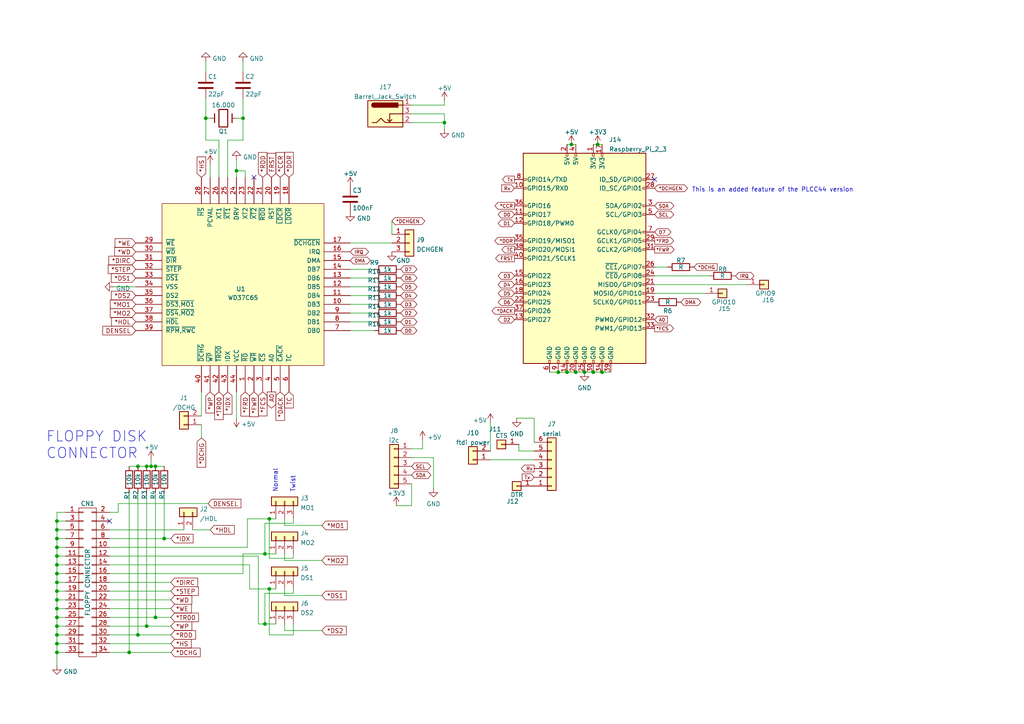
<source format=kicad_sch>
(kicad_sch (version 20211123) (generator eeschema)
  (paper "A4")
  (lib_symbols
    (symbol "Connector:Barrel_Jack_Switch" (pin_names hide)
      (property "Reference" "J" (at 0 5.334 0))
      (property "Value" "Barrel_Jack_Switch" (at 0 -5.08 0))
      (symbol "Barrel_Jack_Switch_1_1"
        (pin passive line (at 7.62 2.54 180) (length 2.54) (name "~") (number "1"))
        (pin passive line (at 7.62 -2.54 180) (length 2.54) (name "~") (number "2"))
        (pin passive line (at 7.62 0 180) (length 2.54) (name "~") (number "3"))
      )
    )
    (symbol "Connector:Raspberry_Pi_2_3" (pin_names (offset 1.016))
      (property "Reference" "J" (at -17.78 31.75 0))
      (property "Value" "Raspberry_Pi_2_3" (at 10.16 -31.75 0))
      (symbol "Raspberry_Pi_2_3_1_1"
        (pin power_in line (at 2.54 33.02 270) (length 2.54) (name "3V3") (number "1"))
        (pin bidirectional line (at -20.32 20.32 0) (length 2.54) (name "GPIO15/RXD") (number "10"))
        (pin bidirectional line (at -20.32 12.7 0) (length 2.54) (name "GPIO17") (number "11"))
        (pin bidirectional line (at -20.32 10.16 0) (length 2.54) (name "GPIO18/PWM0") (number "12"))
        (pin bidirectional line (at -20.32 -17.78 0) (length 2.54) (name "GPIO27") (number "13"))
        (pin power_in line (at -5.08 -33.02 90) (length 2.54) (name "GND") (number "14"))
        (pin bidirectional line (at -20.32 -5.08 0) (length 2.54) (name "GPIO22") (number "15"))
        (pin bidirectional line (at -20.32 -7.62 0) (length 2.54) (name "GPIO23") (number "16"))
        (pin power_in line (at 5.08 33.02 270) (length 2.54) (name "3V3") (number "17"))
        (pin bidirectional line (at -20.32 -10.16 0) (length 2.54) (name "GPIO24") (number "18"))
        (pin bidirectional line (at 20.32 -10.16 180) (length 2.54) (name "MOSI0/GPIO10") (number "19"))
        (pin power_in line (at -5.08 33.02 270) (length 2.54) (name "5V") (number "2"))
        (pin power_in line (at -2.54 -33.02 90) (length 2.54) (name "GND") (number "20"))
        (pin bidirectional line (at 20.32 -7.62 180) (length 2.54) (name "MISO0/GPIO9") (number "21"))
        (pin bidirectional line (at -20.32 -12.7 0) (length 2.54) (name "GPIO25") (number "22"))
        (pin bidirectional line (at 20.32 -12.7 180) (length 2.54) (name "SCLK0/GPIO11") (number "23"))
        (pin bidirectional line (at 20.32 -5.08 180) (length 2.54) (name "~{CE0}/GPIO8") (number "24"))
        (pin power_in line (at 0 -33.02 90) (length 2.54) (name "GND") (number "25"))
        (pin bidirectional line (at 20.32 -2.54 180) (length 2.54) (name "~{CE1}/GPIO7") (number "26"))
        (pin bidirectional line (at 20.32 22.86 180) (length 2.54) (name "ID_SD/GPIO0") (number "27"))
        (pin bidirectional line (at 20.32 20.32 180) (length 2.54) (name "ID_SC/GPIO1") (number "28"))
        (pin bidirectional line (at 20.32 5.08 180) (length 2.54) (name "GCLK1/GPIO5") (number "29"))
        (pin bidirectional line (at 20.32 15.24 180) (length 2.54) (name "SDA/GPIO2") (number "3"))
        (pin power_in line (at 2.54 -33.02 90) (length 2.54) (name "GND") (number "30"))
        (pin bidirectional line (at 20.32 2.54 180) (length 2.54) (name "GCLK2/GPIO6") (number "31"))
        (pin bidirectional line (at 20.32 -17.78 180) (length 2.54) (name "PWM0/GPIO12") (number "32"))
        (pin bidirectional line (at 20.32 -20.32 180) (length 2.54) (name "PWM1/GPIO13") (number "33"))
        (pin power_in line (at 5.08 -33.02 90) (length 2.54) (name "GND") (number "34"))
        (pin bidirectional line (at -20.32 5.08 0) (length 2.54) (name "GPIO19/MISO1") (number "35"))
        (pin bidirectional line (at -20.32 15.24 0) (length 2.54) (name "GPIO16") (number "36"))
        (pin bidirectional line (at -20.32 -15.24 0) (length 2.54) (name "GPIO26") (number "37"))
        (pin bidirectional line (at -20.32 2.54 0) (length 2.54) (name "GPIO20/MOSI1") (number "38"))
        (pin power_in line (at 7.62 -33.02 90) (length 2.54) (name "GND") (number "39"))
        (pin power_in line (at -2.54 33.02 270) (length 2.54) (name "5V") (number "4"))
        (pin bidirectional line (at -20.32 0 0) (length 2.54) (name "GPIO21/SCLK1") (number "40"))
        (pin bidirectional line (at 20.32 12.7 180) (length 2.54) (name "SCL/GPIO3") (number "5"))
        (pin power_in line (at -10.16 -33.02 90) (length 2.54) (name "GND") (number "6"))
        (pin bidirectional line (at 20.32 7.62 180) (length 2.54) (name "GCLK0/GPIO4") (number "7"))
        (pin bidirectional line (at -20.32 22.86 0) (length 2.54) (name "GPIO14/TXD") (number "8"))
        (pin power_in line (at -7.62 -33.02 90) (length 2.54) (name "GND") (number "9"))
      )
    )
    (symbol "Connector_Generic:Conn_01x01" (pin_names (offset 1.016) hide)
      (property "Reference" "J" (at 0 2.54 0))
      (property "Value" "Conn_01x01" (at 0 -2.54 0))
      (symbol "Conn_01x01_1_1"
        (pin passive line (at -5.08 0 0) (length 3.81) (name "Pin_1") (number "1"))
      )
    )
    (symbol "Connector_Generic:Conn_01x02" (pin_names (offset 1.016) hide)
      (property "Reference" "J" (at 0 2.54 0))
      (property "Value" "Conn_01x02" (at 0 -5.08 0))
      (symbol "Conn_01x02_1_1"
        (pin passive line (at -5.08 0 0) (length 3.81) (name "Pin_1") (number "1"))
        (pin passive line (at -5.08 -2.54 0) (length 3.81) (name "Pin_2") (number "2"))
      )
    )
    (symbol "Connector_Generic:Conn_01x03" (pin_names (offset 1.016) hide)
      (property "Reference" "J" (at 0 5.08 0))
      (property "Value" "Conn_01x03" (at 0 -5.08 0))
      (symbol "Conn_01x03_1_1"
        (pin passive line (at -5.08 2.54 0) (length 3.81) (name "Pin_1") (number "1"))
        (pin passive line (at -5.08 0 0) (length 3.81) (name "Pin_2") (number "2"))
        (pin passive line (at -5.08 -2.54 0) (length 3.81) (name "Pin_3") (number "3"))
      )
    )
    (symbol "Connector_Generic:Conn_01x05" (pin_names (offset 1.016) hide)
      (property "Reference" "J" (at 0 7.62 0))
      (property "Value" "Conn_01x05" (at 0 -7.62 0))
      (symbol "Conn_01x05_1_1"
        (pin passive line (at -5.08 5.08 0) (length 3.81) (name "Pin_1") (number "1"))
        (pin passive line (at -5.08 2.54 0) (length 3.81) (name "Pin_2") (number "2"))
        (pin passive line (at -5.08 0 0) (length 3.81) (name "Pin_3") (number "3"))
        (pin passive line (at -5.08 -2.54 0) (length 3.81) (name "Pin_4") (number "4"))
        (pin passive line (at -5.08 -5.08 0) (length 3.81) (name "Pin_5") (number "5"))
      )
    )
    (symbol "Connector_Generic:Conn_01x06" (pin_names (offset 1.016) hide)
      (property "Reference" "J" (at 0 7.62 0))
      (property "Value" "Conn_01x06" (at 0 -10.16 0))
      (symbol "Conn_01x06_1_1"
        (pin passive line (at -5.08 5.08 0) (length 3.81) (name "Pin_1") (number "1"))
        (pin passive line (at -5.08 2.54 0) (length 3.81) (name "Pin_2") (number "2"))
        (pin passive line (at -5.08 0 0) (length 3.81) (name "Pin_3") (number "3"))
        (pin passive line (at -5.08 -2.54 0) (length 3.81) (name "Pin_4") (number "4"))
        (pin passive line (at -5.08 -5.08 0) (length 3.81) (name "Pin_5") (number "5"))
        (pin passive line (at -5.08 -7.62 0) (length 3.81) (name "Pin_6") (number "6"))
      )
    )
    (symbol "Device:R" (pin_numbers hide) (pin_names (offset 0))
      (property "Reference" "R" (at 2.032 0 90))
      (property "Value" "R" (at 0 0 90))
      (symbol "R_1_1"
        (pin passive line (at 0 3.81 270) (length 1.27) (name "~") (number "1"))
        (pin passive line (at 0 -3.81 90) (length 1.27) (name "~") (number "2"))
      )
    )
    (symbol "TIB-Clone-rescue:C" (pin_numbers hide) (pin_names (offset 0.254))
      (property "Reference" "C" (at 0.635 2.54 0))
      (property "Value" "C" (at 0.635 -2.54 0))
      (symbol "C_1_1"
        (pin passive line (at 0 3.81 270) (length 2.794) (name "~") (number "1"))
        (pin passive line (at 0 -3.81 90) (length 2.794) (name "~") (number "2"))
      )
    )
    (symbol "TIB-Clone-rescue:CONN_02X17" (pin_names (offset 0.0254) hide)
      (property "Reference" "P" (at 0 22.86 0))
      (property "Value" "CONN_02X17" (at 0 0 90))
      (symbol "CONN_02X17_1_1"
        (pin passive line (at -6.35 20.32 0) (length 3.81) (name "P1") (number "1"))
        (pin passive line (at 6.35 10.16 180) (length 3.81) (name "P10") (number "10"))
        (pin passive line (at -6.35 7.62 0) (length 3.81) (name "P11") (number "11"))
        (pin passive line (at 6.35 7.62 180) (length 3.81) (name "P12") (number "12"))
        (pin passive line (at -6.35 5.08 0) (length 3.81) (name "P13") (number "13"))
        (pin passive line (at 6.35 5.08 180) (length 3.81) (name "P14") (number "14"))
        (pin passive line (at -6.35 2.54 0) (length 3.81) (name "P15") (number "15"))
        (pin passive line (at 6.35 2.54 180) (length 3.81) (name "P16") (number "16"))
        (pin passive line (at -6.35 0 0) (length 3.81) (name "P17") (number "17"))
        (pin passive line (at 6.35 0 180) (length 3.81) (name "P18") (number "18"))
        (pin passive line (at -6.35 -2.54 0) (length 3.81) (name "P19") (number "19"))
        (pin passive line (at 6.35 20.32 180) (length 3.81) (name "P2") (number "2"))
        (pin passive line (at 6.35 -2.54 180) (length 3.81) (name "P20") (number "20"))
        (pin passive line (at -6.35 -5.08 0) (length 3.81) (name "P21") (number "21"))
        (pin passive line (at 6.35 -5.08 180) (length 3.81) (name "P22") (number "22"))
        (pin passive line (at -6.35 -7.62 0) (length 3.81) (name "P23") (number "23"))
        (pin passive line (at 6.35 -7.62 180) (length 3.81) (name "P24") (number "24"))
        (pin passive line (at -6.35 -10.16 0) (length 3.81) (name "P25") (number "25"))
        (pin passive line (at 6.35 -10.16 180) (length 3.81) (name "P26") (number "26"))
        (pin passive line (at -6.35 -12.7 0) (length 3.81) (name "P27") (number "27"))
        (pin passive line (at 6.35 -12.7 180) (length 3.81) (name "P28") (number "28"))
        (pin passive line (at -6.35 -15.24 0) (length 3.81) (name "P29") (number "29"))
        (pin passive line (at -6.35 17.78 0) (length 3.81) (name "P3") (number "3"))
        (pin passive line (at 6.35 -15.24 180) (length 3.81) (name "P30") (number "30"))
        (pin passive line (at -6.35 -17.78 0) (length 3.81) (name "P31") (number "31"))
        (pin passive line (at 6.35 -17.78 180) (length 3.81) (name "P32") (number "32"))
        (pin passive line (at -6.35 -20.32 0) (length 3.81) (name "P33") (number "33"))
        (pin passive line (at 6.35 -20.32 180) (length 3.81) (name "P34") (number "34"))
        (pin passive line (at 6.35 17.78 180) (length 3.81) (name "P4") (number "4"))
        (pin passive line (at -6.35 15.24 0) (length 3.81) (name "P5") (number "5"))
        (pin passive line (at 6.35 15.24 180) (length 3.81) (name "P6") (number "6"))
        (pin passive line (at -6.35 12.7 0) (length 3.81) (name "P7") (number "7"))
        (pin passive line (at 6.35 12.7 180) (length 3.81) (name "P8") (number "8"))
        (pin passive line (at -6.35 10.16 0) (length 3.81) (name "P9") (number "9"))
      )
    )
    (symbol "TIB-Clone-rescue:Crystal" (pin_numbers hide) (pin_names (offset 1.016) hide)
      (property "Reference" "Y" (at 0 3.81 0))
      (property "Value" "Crystal" (at 0 -3.81 0))
      (symbol "Crystal_1_1"
        (pin passive line (at -3.81 0 0) (length 1.27) (name "1") (number "1"))
        (pin passive line (at 3.81 0 180) (length 1.27) (name "2") (number "2"))
      )
    )
    (symbol "TIB-Clone-rescue:R" (pin_numbers hide) (pin_names (offset 0))
      (property "Reference" "R" (at 2.032 0 90))
      (property "Value" "R" (at 0 0 90))
      (symbol "R_1_1"
        (pin passive line (at 0 3.81 270) (length 1.27) (name "~") (number "1"))
        (pin passive line (at 0 -3.81 90) (length 1.27) (name "~") (number "2"))
      )
    )
    (symbol "TIB-Clone-rescue:WD37C65" (pin_names (offset 1.016))
      (property "Reference" "U4" (at -0.635 3.81 90))
      (property "Value" "WD37C65" (at 0 1.27 90))
      (symbol "WD37C65_1_1"
        (pin input line (at -30.48 0 0) (length 7.62) (name "~{RD}") (number "1"))
        (pin tri_state line (at -5.08 -30.48 90) (length 7.62) (name "DB3") (number "10"))
        (pin tri_state line (at -2.54 -30.48 90) (length 7.62) (name "DB4") (number "11"))
        (pin tri_state line (at 0 -30.48 90) (length 7.62) (name "DB5") (number "12"))
        (pin tri_state line (at 2.54 -30.48 90) (length 7.62) (name "DB6") (number "13"))
        (pin tri_state line (at 5.08 -30.48 90) (length 7.62) (name "DB7") (number "14"))
        (pin tri_state line (at 7.62 -30.48 90) (length 7.62) (name "DMA") (number "15"))
        (pin tri_state line (at 10.16 -30.48 90) (length 7.62) (name "IRQ") (number "16"))
        (pin tri_state line (at 12.7 -30.48 90) (length 7.62) (name "~{DCHGEN}") (number "17"))
        (pin input line (at 31.75 -12.7 180) (length 7.62) (name "~{LDOR}") (number "18"))
        (pin input line (at 31.75 -10.16 180) (length 7.62) (name "~{LDCR}") (number "19"))
        (pin input line (at -30.48 -2.54 0) (length 7.62) (name "~{WR}") (number "2"))
        (pin input line (at 31.75 -7.62 180) (length 7.62) (name "RST") (number "20"))
        (pin input line (at 31.75 -5.08 180) (length 7.62) (name "~{RDD}") (number "21"))
        (pin input line (at 31.75 -2.54 180) (length 7.62) (name "~{XT2}") (number "22"))
        (pin input line (at 31.75 0 180) (length 7.62) (name "XT2") (number "23"))
        (pin input line (at 31.75 2.54 180) (length 7.62) (name "DRV") (number "24"))
        (pin input line (at 31.75 5.08 180) (length 7.62) (name "~{XT1}") (number "25"))
        (pin input line (at 31.75 7.62 180) (length 7.62) (name "XT1") (number "26"))
        (pin input line (at 31.75 10.16 180) (length 7.62) (name "PCVAL") (number "27"))
        (pin input line (at 31.75 12.7 180) (length 7.62) (name "~{HS}") (number "28"))
        (pin input line (at 12.7 31.75 270) (length 7.62) (name "~{WE}") (number "29"))
        (pin input line (at -30.48 -5.08 0) (length 7.62) (name "~{CS}") (number "3"))
        (pin input line (at 10.16 31.75 270) (length 7.62) (name "~{WD}") (number "30"))
        (pin input line (at 7.62 31.75 270) (length 7.62) (name "~{DIR}") (number "31"))
        (pin input line (at 5.08 31.75 270) (length 7.62) (name "~{STEP}") (number "32"))
        (pin input line (at 2.54 31.75 270) (length 7.62) (name "~{DS1}") (number "33"))
        (pin power_in line (at 0 31.75 270) (length 7.62) (name "VSS") (number "34"))
        (pin input line (at -2.54 31.75 270) (length 7.62) (name "DS2") (number "35"))
        (pin input line (at -5.08 31.75 270) (length 7.62) (name "~{DS3},~{MO1}") (number "36"))
        (pin input line (at -7.62 31.75 270) (length 7.62) (name "~{DS4},~{MO2}") (number "37"))
        (pin input line (at -10.16 31.75 270) (length 7.62) (name "~{HDL}") (number "38"))
        (pin input line (at -12.7 31.75 270) (length 7.62) (name "~{RPM},~{RWC}") (number "39"))
        (pin input line (at -30.48 -7.62 0) (length 7.62) (name "A0") (number "4"))
        (pin input line (at -30.48 12.7 0) (length 7.62) (name "~{DCHG}") (number "40"))
        (pin input line (at -30.48 10.16 0) (length 7.62) (name "~{WP}") (number "41"))
        (pin input line (at -30.48 7.62 0) (length 7.62) (name "~{TR00}") (number "42"))
        (pin input line (at -30.48 5.08 0) (length 7.62) (name "IDX") (number "43"))
        (pin power_in line (at -30.48 2.54 0) (length 7.62) (name "VCC") (number "44"))
        (pin input line (at -30.48 -10.16 0) (length 7.62) (name "~{CACK}") (number "5"))
        (pin input line (at -30.48 -12.7 0) (length 7.62) (name "TC") (number "6"))
        (pin tri_state line (at -12.7 -30.48 90) (length 7.62) (name "DB0") (number "7"))
        (pin tri_state line (at -10.16 -30.48 90) (length 7.62) (name "DB1") (number "8"))
        (pin tri_state line (at -7.62 -30.48 90) (length 7.62) (name "DB2") (number "9"))
      )
    )
    (symbol "power:+3.3V" (power) (pin_names (offset 0))
      (property "Value" "+3.3V" (at 0 3.556 0))
      (symbol "+3.3V_1_1"
        (pin power_in line (at 0 0 90) (length 0) hide (name "+3V3") (number "1"))
      )
    )
    (symbol "power:+5V" (power) (pin_names (offset 0))
      (property "Value" "+5V" (at 0 3.556 0))
      (symbol "+5V_1_1"
        (pin power_in line (at 0 0 90) (length 0) hide (name "+5V") (number "1"))
      )
    )
    (symbol "power:GND" (power) (pin_names (offset 0))
      (property "Value" "GND" (at 0 -3.81 0))
      (symbol "GND_1_1"
        (pin power_in line (at 0 0 270) (length 0) hide (name "GND") (number "1"))
      )
    )
  )
  (junction (at 16.51 151.13))
  (junction (at 16.51 171.45))
  (junction (at 169.545 107.95))
  (junction (at 165.735 41.91))
  (junction (at 45.085 179.07))
  (junction (at 16.51 158.75))
  (junction (at 16.51 168.91))
  (junction (at 78.105 170.815))
  (junction (at 16.51 176.53))
  (junction (at 76.835 180.975))
  (junction (at 16.51 184.15))
  (junction (at 164.465 107.95))
  (junction (at 16.51 181.61))
  (junction (at 174.625 107.95))
  (junction (at 59.69 34.29))
  (junction (at 16.51 166.37))
  (junction (at 16.51 186.69))
  (junction (at 42.545 135.255))
  (junction (at 16.51 153.67))
  (junction (at 16.51 179.07))
  (junction (at 40.005 184.15))
  (junction (at 173.355 41.91))
  (junction (at 167.005 107.95))
  (junction (at 68.58 49.53))
  (junction (at 16.51 189.23))
  (junction (at 16.51 163.83))
  (junction (at 47.625 156.21))
  (junction (at 76.835 160.655))
  (junction (at 128.905 35.56))
  (junction (at 70.485 34.29))
  (junction (at 43.815 135.255))
  (junction (at 172.085 107.95))
  (junction (at 40.005 135.255))
  (junction (at 42.545 181.61))
  (junction (at 16.51 156.21))
  (junction (at 45.085 135.255))
  (junction (at 78.105 150.495))
  (junction (at 16.51 173.99))
  (junction (at 16.51 161.29))
  (junction (at 161.925 107.95))
  (junction (at 37.465 189.23))
  (no_connect (at 31.75 151.13))
  (no_connect (at 189.865 52.07))
  (no_connect (at 73.66 51.435))
  (wire (pts (xy 66.04 40.64) (xy 70.485 40.64)))
  (wire (pts (xy 16.51 168.91) (xy 16.51 171.45)))
  (wire (pts (xy 60.96 153.67) (xy 55.88 153.67)))
  (wire (pts (xy 70.485 17.78) (xy 70.485 20.955)))
  (wire (pts (xy 19.05 148.59) (xy 16.51 148.59)))
  (wire (pts (xy 72.39 170.815) (xy 72.39 163.83)))
  (wire (pts (xy 59.69 40.64) (xy 59.69 34.29)))
  (wire (pts (xy 174.625 107.95) (xy 177.165 107.95)))
  (wire (pts (xy 119.38 132.715) (xy 125.73 132.715)))
  (wire (pts (xy 19.05 186.69) (xy 16.51 186.69)))
  (wire (pts (xy 189.865 80.01) (xy 205.74 80.01)))
  (wire (pts (xy 85.09 161.925) (xy 78.105 161.925)))
  (wire (pts (xy 125.73 132.715) (xy 125.73 141.605)))
  (wire (pts (xy 78.105 150.495) (xy 71.755 150.495)))
  (wire (pts (xy 16.51 161.29) (xy 16.51 163.83)))
  (wire (pts (xy 150.495 130.81) (xy 154.94 130.81)))
  (wire (pts (xy 70.485 40.64) (xy 70.485 34.29)))
  (wire (pts (xy 80.01 170.815) (xy 78.105 170.815)))
  (wire (pts (xy 101.6 78.105) (xy 108.585 78.105)))
  (wire (pts (xy 128.905 30.48) (xy 128.905 29.21)))
  (wire (pts (xy 154.94 128.27) (xy 154.94 121.285)))
  (wire (pts (xy 68.58 49.53) (xy 68.58 51.435)))
  (wire (pts (xy 49.53 173.99) (xy 31.75 173.99)))
  (wire (pts (xy 19.05 163.83) (xy 16.51 163.83)))
  (wire (pts (xy 42.545 142.875) (xy 42.545 181.61)))
  (wire (pts (xy 49.53 189.23) (xy 37.465 189.23)))
  (wire (pts (xy 49.53 179.07) (xy 45.085 179.07)))
  (wire (pts (xy 70.485 160.655) (xy 70.485 166.37)))
  (wire (pts (xy 16.51 166.37) (xy 16.51 168.91)))
  (wire (pts (xy 49.53 171.45) (xy 31.75 171.45)))
  (wire (pts (xy 33.02 83.185) (xy 39.37 83.185)))
  (wire (pts (xy 60.96 34.29) (xy 59.69 34.29)))
  (wire (pts (xy 80.01 160.655) (xy 76.835 160.655)))
  (wire (pts (xy 37.465 142.875) (xy 37.465 189.23)))
  (wire (pts (xy 113.665 64.135) (xy 113.665 67.945)))
  (wire (pts (xy 19.05 171.45) (xy 16.51 171.45)))
  (wire (pts (xy 40.005 142.875) (xy 40.005 184.15)))
  (wire (pts (xy 19.05 161.29) (xy 16.51 161.29)))
  (wire (pts (xy 101.6 95.885) (xy 108.585 95.885)))
  (wire (pts (xy 76.835 172.085) (xy 85.09 172.085)))
  (wire (pts (xy 71.12 49.53) (xy 68.58 49.53)))
  (wire (pts (xy 59.69 20.955) (xy 59.69 17.78)))
  (wire (pts (xy 93.345 182.88) (xy 82.55 182.88)))
  (wire (pts (xy 78.105 184.15) (xy 78.105 170.815)))
  (wire (pts (xy 68.58 34.29) (xy 70.485 34.29)))
  (wire (pts (xy 101.6 83.185) (xy 108.585 83.185)))
  (wire (pts (xy 45.085 142.875) (xy 45.085 179.07)))
  (wire (pts (xy 164.465 107.95) (xy 167.005 107.95)))
  (wire (pts (xy 45.085 135.255) (xy 47.625 135.255)))
  (wire (pts (xy 101.6 93.345) (xy 108.585 93.345)))
  (wire (pts (xy 16.51 186.69) (xy 16.51 189.23)))
  (wire (pts (xy 53.34 153.67) (xy 31.75 153.67)))
  (wire (pts (xy 43.815 135.255) (xy 45.085 135.255)))
  (wire (pts (xy 128.905 33.02) (xy 128.905 35.56)))
  (wire (pts (xy 85.09 184.15) (xy 78.105 184.15)))
  (wire (pts (xy 19.05 173.99) (xy 16.51 173.99)))
  (wire (pts (xy 49.53 168.91) (xy 31.75 168.91)))
  (wire (pts (xy 165.735 41.91) (xy 167.005 41.91)))
  (wire (pts (xy 31.75 158.75) (xy 71.755 158.75)))
  (wire (pts (xy 40.005 135.255) (xy 42.545 135.255)))
  (wire (pts (xy 16.51 151.13) (xy 16.51 153.67)))
  (wire (pts (xy 16.51 148.59) (xy 16.51 151.13)))
  (wire (pts (xy 82.55 172.72) (xy 82.55 170.815)))
  (wire (pts (xy 19.05 158.75) (xy 16.51 158.75)))
  (wire (pts (xy 47.625 142.875) (xy 47.625 156.21)))
  (wire (pts (xy 43.815 133.35) (xy 43.815 135.255)))
  (wire (pts (xy 80.01 150.495) (xy 78.105 150.495)))
  (wire (pts (xy 16.51 163.83) (xy 16.51 166.37)))
  (wire (pts (xy 16.51 181.61) (xy 16.51 184.15)))
  (wire (pts (xy 70.485 166.37) (xy 31.75 166.37)))
  (wire (pts (xy 19.05 153.67) (xy 16.51 153.67)))
  (wire (pts (xy 60.96 47.625) (xy 60.96 51.435)))
  (wire (pts (xy 167.005 107.95) (xy 169.545 107.95)))
  (wire (pts (xy 16.51 156.21) (xy 16.51 158.75)))
  (wire (pts (xy 93.345 162.56) (xy 82.55 162.56)))
  (wire (pts (xy 161.925 107.95) (xy 164.465 107.95)))
  (wire (pts (xy 19.05 168.91) (xy 16.51 168.91)))
  (wire (pts (xy 63.5 40.64) (xy 59.69 40.64)))
  (wire (pts (xy 119.38 30.48) (xy 128.905 30.48)))
  (wire (pts (xy 19.05 151.13) (xy 16.51 151.13)))
  (wire (pts (xy 37.465 189.23) (xy 31.75 189.23)))
  (wire (pts (xy 34.29 148.59) (xy 31.75 148.59)))
  (wire (pts (xy 101.6 85.725) (xy 108.585 85.725)))
  (wire (pts (xy 49.53 186.69) (xy 31.75 186.69)))
  (wire (pts (xy 74.93 180.975) (xy 74.93 161.29)))
  (wire (pts (xy 93.345 172.72) (xy 82.55 172.72)))
  (wire (pts (xy 66.04 51.435) (xy 66.04 40.64)))
  (wire (pts (xy 16.51 176.53) (xy 16.51 179.07)))
  (wire (pts (xy 159.385 107.95) (xy 161.925 107.95)))
  (wire (pts (xy 85.09 150.495) (xy 85.09 151.765)))
  (wire (pts (xy 119.38 146.685) (xy 119.38 140.335)))
  (wire (pts (xy 101.6 70.485) (xy 113.665 70.485)))
  (wire (pts (xy 16.51 179.07) (xy 16.51 181.61)))
  (wire (pts (xy 49.53 176.53) (xy 31.75 176.53)))
  (wire (pts (xy 49.53 156.21) (xy 47.625 156.21)))
  (wire (pts (xy 82.55 182.88) (xy 82.55 180.975)))
  (wire (pts (xy 19.05 179.07) (xy 16.51 179.07)))
  (wire (pts (xy 122.555 130.175) (xy 122.555 127.635)))
  (wire (pts (xy 58.42 127) (xy 58.42 123.19)))
  (wire (pts (xy 37.465 135.255) (xy 40.005 135.255)))
  (wire (pts (xy 19.05 156.21) (xy 16.51 156.21)))
  (wire (pts (xy 76.835 160.655) (xy 70.485 160.655)))
  (wire (pts (xy 16.51 171.45) (xy 16.51 173.99)))
  (wire (pts (xy 19.05 184.15) (xy 16.51 184.15)))
  (wire (pts (xy 80.01 180.975) (xy 76.835 180.975)))
  (wire (pts (xy 45.085 179.07) (xy 31.75 179.07)))
  (wire (pts (xy 85.09 151.765) (xy 76.835 151.765)))
  (wire (pts (xy 74.93 161.29) (xy 31.75 161.29)))
  (wire (pts (xy 128.905 35.56) (xy 128.905 37.465)))
  (wire (pts (xy 40.005 184.15) (xy 31.75 184.15)))
  (wire (pts (xy 93.345 152.4) (xy 82.55 152.4)))
  (wire (pts (xy 16.51 153.67) (xy 16.51 156.21)))
  (wire (pts (xy 76.835 180.975) (xy 74.93 180.975)))
  (wire (pts (xy 42.545 181.61) (xy 31.75 181.61)))
  (wire (pts (xy 164.465 41.91) (xy 165.735 41.91)))
  (wire (pts (xy 172.085 41.91) (xy 173.355 41.91)))
  (wire (pts (xy 60.325 146.05) (xy 34.29 146.05)))
  (wire (pts (xy 76.835 172.085) (xy 76.835 180.975)))
  (wire (pts (xy 172.085 107.95) (xy 174.625 107.95)))
  (wire (pts (xy 169.545 107.95) (xy 172.085 107.95)))
  (wire (pts (xy 189.865 82.55) (xy 216.535 82.55)))
  (wire (pts (xy 71.755 158.75) (xy 71.755 150.495)))
  (wire (pts (xy 19.05 166.37) (xy 16.51 166.37)))
  (wire (pts (xy 16.51 189.23) (xy 16.51 193.04)))
  (wire (pts (xy 16.51 158.75) (xy 16.51 161.29)))
  (wire (pts (xy 150.495 130.81) (xy 150.495 128.905)))
  (wire (pts (xy 78.105 161.925) (xy 78.105 150.495)))
  (wire (pts (xy 49.53 184.15) (xy 40.005 184.15)))
  (wire (pts (xy 42.545 135.255) (xy 43.815 135.255)))
  (wire (pts (xy 154.94 121.285) (xy 149.86 121.285)))
  (wire (pts (xy 72.39 163.83) (xy 31.75 163.83)))
  (wire (pts (xy 49.53 181.61) (xy 42.545 181.61)))
  (wire (pts (xy 58.42 120.65) (xy 58.42 113.665)))
  (wire (pts (xy 119.38 130.175) (xy 122.555 130.175)))
  (wire (pts (xy 142.24 133.35) (xy 154.94 133.35)))
  (wire (pts (xy 189.865 85.09) (xy 204.47 85.09)))
  (wire (pts (xy 85.09 160.655) (xy 85.09 161.925)))
  (wire (pts (xy 114.935 146.685) (xy 119.38 146.685)))
  (wire (pts (xy 101.6 88.265) (xy 108.585 88.265)))
  (wire (pts (xy 78.105 170.815) (xy 72.39 170.815)))
  (wire (pts (xy 119.38 33.02) (xy 128.905 33.02)))
  (wire (pts (xy 63.5 51.435) (xy 63.5 40.64)))
  (wire (pts (xy 82.55 152.4) (xy 82.55 150.495)))
  (wire (pts (xy 59.69 34.29) (xy 59.69 28.575)))
  (wire (pts (xy 19.05 181.61) (xy 16.51 181.61)))
  (wire (pts (xy 76.835 151.765) (xy 76.835 160.655)))
  (wire (pts (xy 101.6 90.805) (xy 108.585 90.805)))
  (wire (pts (xy 85.09 170.815) (xy 85.09 172.085)))
  (wire (pts (xy 70.485 34.29) (xy 70.485 28.575)))
  (wire (pts (xy 68.58 46.355) (xy 68.58 49.53)))
  (wire (pts (xy 19.05 176.53) (xy 16.51 176.53)))
  (wire (pts (xy 119.38 35.56) (xy 128.905 35.56)))
  (wire (pts (xy 82.55 162.56) (xy 82.55 160.655)))
  (wire (pts (xy 47.625 156.21) (xy 31.75 156.21)))
  (wire (pts (xy 34.29 146.05) (xy 34.29 148.59)))
  (wire (pts (xy 68.58 113.665) (xy 68.58 121.285)))
  (wire (pts (xy 101.6 80.645) (xy 108.585 80.645)))
  (wire (pts (xy 16.51 173.99) (xy 16.51 176.53)))
  (wire (pts (xy 189.865 77.47) (xy 193.675 77.47)))
  (wire (pts (xy 16.51 184.15) (xy 16.51 186.69)))
  (wire (pts (xy 19.05 189.23) (xy 16.51 189.23)))
  (wire (pts (xy 71.12 51.435) (xy 71.12 49.53)))
  (wire (pts (xy 85.09 180.975) (xy 85.09 184.15)))
  (wire (pts (xy 173.355 41.91) (xy 174.625 41.91)))
  (wire (pts (xy 142.24 122.555) (xy 142.24 130.81)))
  (text "FLOPPY DISK\nCONNECTOR" (at 13.335 133.35 0) (effects (font (size 2.9972 2.9972)) (justify left bottom)))
  (text "Normal" (at 80.645 142.875 90) (effects (font (size 1.27 1.27)) (justify left bottom)))
  (text "Twist" (at 85.725 142.875 90) (effects (font (size 1.27 1.27)) (justify left bottom)))
  (text "This is an added feature of the PLCC44 version" (at 200.66 55.88 0) (effects (font (size 1.27 1.27)) (justify left bottom)))
  (global_label "*FWR" (shape output) (at 189.865 72.39 0) (effects (font (size 1 1))) (property "Intersheet References" "${INTERSHEET_REFS}" (effects hide)))
  (global_label "*DS1" (shape input) (at 39.37 80.645 180) (property "Intersheet References" "${INTERSHEET_REFS}" (effects hide)))
  (global_label "Rx" (shape input) (at 149.225 54.61 180) (effects (font (size 1 1))) (property "Intersheet References" "${INTERSHEET_REFS}" (effects hide)))
  (global_label "*HS" (shape input) (at 49.53 186.69 0) (property "Intersheet References" "${INTERSHEET_REFS}" (effects hide)))
  (global_label "*DIRC" (shape input) (at 49.53 168.91 0) (property "Intersheet References" "${INTERSHEET_REFS}" (effects hide)))
  (global_label "*DS2" (shape input) (at 93.345 182.88 0) (property "Intersheet References" "${INTERSHEET_REFS}" (effects hide)))
  (global_label "SDA" (shape bidirectional) (at 119.38 137.795 0) (effects (font (size 1 1))) (property "Intersheet References" "${INTERSHEET_REFS}" (effects hide)))
  (global_label "D0" (shape bidirectional) (at 149.225 62.23 180) (effects (font (size 1 1))) (property "Intersheet References" "${INTERSHEET_REFS}" (effects hide)))
  (global_label "DENSEL" (shape input) (at 60.325 146.05 0) (property "Intersheet References" "${INTERSHEET_REFS}" (effects hide)))
  (global_label "*STEP" (shape input) (at 49.53 171.45 0) (property "Intersheet References" "${INTERSHEET_REFS}" (effects hide)))
  (global_label "IRQ" (shape bidirectional) (at 101.6 73.025 0) (effects (font (size 1 1))) (property "Intersheet References" "${INTERSHEET_REFS}" (effects hide)))
  (global_label "D6" (shape bidirectional) (at 149.225 87.63 180) (effects (font (size 1 1))) (property "Intersheet References" "${INTERSHEET_REFS}" (effects hide)))
  (global_label "*DCHGEN" (shape bidirectional) (at 113.665 64.135 0) (effects (font (size 1 1))) (property "Intersheet References" "${INTERSHEET_REFS}" (effects hide)))
  (global_label "*MO2" (shape input) (at 39.37 90.805 180) (property "Intersheet References" "${INTERSHEET_REFS}" (effects hide)))
  (global_label "A0" (shape output) (at 78.74 113.665 270) (property "Intersheet References" "${INTERSHEET_REFS}" (effects hide)))
  (global_label "*WP" (shape input) (at 60.96 113.665 270) (property "Intersheet References" "${INTERSHEET_REFS}" (effects hide)))
  (global_label "*TR00" (shape input) (at 63.5 113.665 270) (property "Intersheet References" "${INTERSHEET_REFS}" (effects hide)))
  (global_label "D2" (shape bidirectional) (at 116.205 90.805 0) (effects (font (size 1 1))) (property "Intersheet References" "${INTERSHEET_REFS}" (effects hide)))
  (global_label "SCL" (shape bidirectional) (at 189.865 62.23 0) (effects (font (size 1 1))) (property "Intersheet References" "${INTERSHEET_REFS}" (effects hide)))
  (global_label "*IDX" (shape input) (at 49.53 156.21 0) (property "Intersheet References" "${INTERSHEET_REFS}" (effects hide)))
  (global_label "*WP" (shape input) (at 49.53 181.61 0) (property "Intersheet References" "${INTERSHEET_REFS}" (effects hide)))
  (global_label "D6" (shape bidirectional) (at 116.205 80.645 0) (effects (font (size 1 1))) (property "Intersheet References" "${INTERSHEET_REFS}" (effects hide)))
  (global_label "*DCHG" (shape input) (at 201.295 77.47 0) (effects (font (size 1 1))) (property "Intersheet References" "${INTERSHEET_REFS}" (effects hide)))
  (global_label "DMA" (shape bidirectional) (at 197.485 87.63 0) (effects (font (size 1 1))) (property "Intersheet References" "${INTERSHEET_REFS}" (effects hide)))
  (global_label "*DCHG" (shape input) (at 49.53 189.23 0) (property "Intersheet References" "${INTERSHEET_REFS}" (effects hide)))
  (global_label "*CCR" (shape input) (at 81.28 51.435 90) (property "Intersheet References" "${INTERSHEET_REFS}" (effects hide)))
  (global_label "D3" (shape bidirectional) (at 149.225 80.01 180) (effects (font (size 1 1))) (property "Intersheet References" "${INTERSHEET_REFS}" (effects hide)))
  (global_label "FRST" (shape input) (at 78.74 51.435 90) (property "Intersheet References" "${INTERSHEET_REFS}" (effects hide)))
  (global_label "A0" (shape input) (at 189.865 92.71 0) (effects (font (size 1 1))) (property "Intersheet References" "${INTERSHEET_REFS}" (effects hide)))
  (global_label "*DS2" (shape input) (at 39.37 85.725 180) (property "Intersheet References" "${INTERSHEET_REFS}" (effects hide)))
  (global_label "*WD" (shape input) (at 49.53 173.99 0) (property "Intersheet References" "${INTERSHEET_REFS}" (effects hide)))
  (global_label "*RDD" (shape input) (at 49.53 184.15 0) (property "Intersheet References" "${INTERSHEET_REFS}" (effects hide)))
  (global_label "Tx" (shape input) (at 154.94 138.43 180) (effects (font (size 1 1))) (property "Intersheet References" "${INTERSHEET_REFS}" (effects hide)))
  (global_label "D3" (shape bidirectional) (at 116.205 88.265 0) (effects (font (size 1 1))) (property "Intersheet References" "${INTERSHEET_REFS}" (effects hide)))
  (global_label "*DOR" (shape input) (at 83.82 51.435 90) (property "Intersheet References" "${INTERSHEET_REFS}" (effects hide)))
  (global_label "D4" (shape bidirectional) (at 149.225 82.55 180) (effects (font (size 1 1))) (property "Intersheet References" "${INTERSHEET_REFS}" (effects hide)))
  (global_label "*HDL" (shape input) (at 60.96 153.67 0) (property "Intersheet References" "${INTERSHEET_REFS}" (effects hide)))
  (global_label "SCL" (shape bidirectional) (at 119.38 135.255 0) (effects (font (size 1 1))) (property "Intersheet References" "${INTERSHEET_REFS}" (effects hide)))
  (global_label "*STEP" (shape input) (at 39.37 78.105 180) (property "Intersheet References" "${INTERSHEET_REFS}" (effects hide)))
  (global_label "SDA" (shape bidirectional) (at 189.865 59.69 0) (effects (font (size 1 1))) (property "Intersheet References" "${INTERSHEET_REFS}" (effects hide)))
  (global_label "D1" (shape bidirectional) (at 116.205 93.345 0) (effects (font (size 1 1))) (property "Intersheet References" "${INTERSHEET_REFS}" (effects hide)))
  (global_label "*WE" (shape input) (at 39.37 70.485 180) (property "Intersheet References" "${INTERSHEET_REFS}" (effects hide)))
  (global_label "TC" (shape input) (at 83.82 113.665 270) (property "Intersheet References" "${INTERSHEET_REFS}" (effects hide)))
  (global_label "*DCHG" (shape input) (at 58.42 127 270) (property "Intersheet References" "${INTERSHEET_REFS}" (effects hide)))
  (global_label "D1" (shape bidirectional) (at 149.225 64.77 180) (effects (font (size 1 1))) (property "Intersheet References" "${INTERSHEET_REFS}" (effects hide)))
  (global_label "D5" (shape bidirectional) (at 116.205 83.185 0) (effects (font (size 1 1))) (property "Intersheet References" "${INTERSHEET_REFS}" (effects hide)))
  (global_label "*HS" (shape input) (at 58.42 51.435 90) (property "Intersheet References" "${INTERSHEET_REFS}" (effects hide)))
  (global_label "*MO2" (shape input) (at 93.345 162.56 0) (property "Intersheet References" "${INTERSHEET_REFS}" (effects hide)))
  (global_label "*FRD" (shape output) (at 189.865 69.85 0) (effects (font (size 1 1))) (property "Intersheet References" "${INTERSHEET_REFS}" (effects hide)))
  (global_label "DENSEL" (shape input) (at 39.37 95.885 180) (property "Intersheet References" "${INTERSHEET_REFS}" (effects hide)))
  (global_label "*CCR" (shape output) (at 149.225 59.69 180) (effects (font (size 1 1))) (property "Intersheet References" "${INTERSHEET_REFS}" (effects hide)))
  (global_label "TC" (shape output) (at 149.225 72.39 180) (effects (font (size 1 1))) (property "Intersheet References" "${INTERSHEET_REFS}" (effects hide)))
  (global_label "Rx" (shape output) (at 154.94 135.89 180) (effects (font (size 1 1))) (property "Intersheet References" "${INTERSHEET_REFS}" (effects hide)))
  (global_label "FRST" (shape output) (at 149.225 74.93 180) (effects (font (size 1 1))) (property "Intersheet References" "${INTERSHEET_REFS}" (effects hide)))
  (global_label "D5" (shape bidirectional) (at 149.225 85.09 180) (effects (font (size 1 1))) (property "Intersheet References" "${INTERSHEET_REFS}" (effects hide)))
  (global_label "D0" (shape bidirectional) (at 116.205 95.885 0) (effects (font (size 1 1))) (property "Intersheet References" "${INTERSHEET_REFS}" (effects hide)))
  (global_label "*FRD" (shape input) (at 71.12 113.665 270) (property "Intersheet References" "${INTERSHEET_REFS}" (effects hide)))
  (global_label "*RDD" (shape input) (at 76.2 51.435 90) (property "Intersheet References" "${INTERSHEET_REFS}" (effects hide)))
  (global_label "*DOR" (shape output) (at 149.225 69.85 180) (effects (font (size 1 1))) (property "Intersheet References" "${INTERSHEET_REFS}" (effects hide)))
  (global_label "*FCS" (shape output) (at 189.865 95.25 0) (effects (font (size 1 1))) (property "Intersheet References" "${INTERSHEET_REFS}" (effects hide)))
  (global_label "*MO1" (shape input) (at 93.345 152.4 0) (property "Intersheet References" "${INTERSHEET_REFS}" (effects hide)))
  (global_label "*DACK" (shape input) (at 81.28 113.665 270) (property "Intersheet References" "${INTERSHEET_REFS}" (effects hide)))
  (global_label "D7" (shape bidirectional) (at 189.865 67.31 0) (effects (font (size 1 1))) (property "Intersheet References" "${INTERSHEET_REFS}" (effects hide)))
  (global_label "D2" (shape bidirectional) (at 149.225 92.71 180) (effects (font (size 1 1))) (property "Intersheet References" "${INTERSHEET_REFS}" (effects hide)))
  (global_label "*WE" (shape input) (at 49.53 176.53 0) (property "Intersheet References" "${INTERSHEET_REFS}" (effects hide)))
  (global_label "*TR00" (shape input) (at 49.53 179.07 0) (property "Intersheet References" "${INTERSHEET_REFS}" (effects hide)))
  (global_label "Tx" (shape output) (at 149.225 52.07 180) (effects (font (size 1 1))) (property "Intersheet References" "${INTERSHEET_REFS}" (effects hide)))
  (global_label "*IDX" (shape input) (at 66.04 113.665 270) (property "Intersheet References" "${INTERSHEET_REFS}" (effects hide)))
  (global_label "*HDL" (shape input) (at 39.37 93.345 180) (property "Intersheet References" "${INTERSHEET_REFS}" (effects hide)))
  (global_label "*DCHGEN" (shape bidirectional) (at 189.865 54.61 0) (effects (font (size 1 1))) (property "Intersheet References" "${INTERSHEET_REFS}" (effects hide)))
  (global_label "*WD" (shape input) (at 39.37 73.025 180) (property "Intersheet References" "${INTERSHEET_REFS}" (effects hide)))
  (global_label "*DS1" (shape input) (at 93.345 172.72 0) (property "Intersheet References" "${INTERSHEET_REFS}" (effects hide)))
  (global_label "*FCS" (shape input) (at 76.2 113.665 270) (property "Intersheet References" "${INTERSHEET_REFS}" (effects hide)))
  (global_label "D4" (shape bidirectional) (at 116.205 85.725 0) (effects (font (size 1 1))) (property "Intersheet References" "${INTERSHEET_REFS}" (effects hide)))
  (global_label "DMA" (shape bidirectional) (at 101.6 75.565 0) (effects (font (size 1 1))) (property "Intersheet References" "${INTERSHEET_REFS}" (effects hide)))
  (global_label "*DIRC" (shape input) (at 39.37 75.565 180) (property "Intersheet References" "${INTERSHEET_REFS}" (effects hide)))
  (global_label "*DACK" (shape output) (at 149.225 90.17 180) (effects (font (size 1 1))) (property "Intersheet References" "${INTERSHEET_REFS}" (effects hide)))
  (global_label "IRQ" (shape bidirectional) (at 213.36 80.01 0) (effects (font (size 1 1))) (property "Intersheet References" "${INTERSHEET_REFS}" (effects hide)))
  (global_label "*MO1" (shape input) (at 39.37 88.265 180) (property "Intersheet References" "${INTERSHEET_REFS}" (effects hide)))
  (global_label "*FWR" (shape input) (at 73.66 113.665 270) (property "Intersheet References" "${INTERSHEET_REFS}" (effects hide)))
  (global_label "D7" (shape bidirectional) (at 116.205 78.105 0) (effects (font (size 1 1))) (property "Intersheet References" "${INTERSHEET_REFS}" (effects hide)))
  (symbol (lib_id "TIB-Clone-rescue:R") (at 37.465 139.065 180) (unit 1)
    (property "Reference" "R1" (at 36.83 143.51 90))
    (property "Value" "10k" (at 37.465 139.065 90))
    (property "Footprint" "Resistor_SMD:R_0603_1608Metric" (effects hide))
  )
  (symbol (lib_id "power:+5V") (at 43.815 133.35 0) (unit 1)
    (property "Reference" "#PWR03" (effects hide))
    (property "Value" "+5V" (at 43.815 129.7455 0))
  )
  (symbol (lib_id "power:GND") (at 169.545 107.95 0) (unit 1)
    (property "Reference" "#PWR018" (effects hide))
    (property "Value" "GND" (at 169.545 112.5125 0))
  )
  (symbol (lib_id "Connector_Generic:Conn_01x02") (at 53.34 148.59 90) (unit 1)
    (property "Reference" "J2" (at 57.912 147.6815 90) (effects (justify right)))
    (property "Value" "/HDL" (at 57.912 150.4566 90) (effects (justify right)))
    (property "Footprint" "Connector_PinHeader_2.54mm:PinHeader_1x02_P2.54mm_Vertical" (effects hide))
  )
  (symbol (lib_id "TIB-Clone-rescue:R") (at 45.085 139.065 180) (unit 1)
    (property "Reference" "R4" (at 44.45 143.51 90))
    (property "Value" "10k" (at 45.085 139.065 90))
    (property "Footprint" "Resistor_SMD:R_0603_1608Metric" (effects hide))
  )
  (symbol (lib_id "power:GND") (at 16.51 193.04 0) (unit 1)
    (property "Reference" "#PWR01" (effects hide))
    (property "Value" "GND" (at 18.415 194.789 0) (effects (justify left)))
  )
  (symbol (lib_id "Connector_Generic:Conn_01x03") (at 82.55 175.895 90) (unit 1)
    (property "Reference" "J6" (at 87.122 174.9865 90) (effects (justify right)))
    (property "Value" "DS2" (at 87.122 177.7616 90) (effects (justify right)))
    (property "Footprint" "Jumper:SolderJumper-3_P2.0mm_Open_TrianglePad1.0x1.5mm_NumberLabels" (effects hide))
  )
  (symbol (lib_id "TIB-Clone-rescue:WD37C65") (at 71.12 83.185 90) (unit 1)
    (property "Reference" "U1" (at 69.85 83.82 90))
    (property "Value" "WD37C65" (at 70.485 86.36 90) (effects (font (size 1.2446 1.2446))))
    (property "Footprint" "Package_LCC:PLCC-44" (effects hide))
  )
  (symbol (lib_id "TIB-Clone-rescue:R") (at 112.395 95.885 270) (unit 1)
    (property "Reference" "R16" (at 108.585 93.98 90))
    (property "Value" "1k" (at 112.395 95.885 90))
    (property "Footprint" "Resistor_SMD:R_0603_1608Metric" (effects hide))
  )
  (symbol (lib_id "TIB-Clone-rescue:R") (at 112.395 80.645 270) (unit 1)
    (property "Reference" "R10" (at 108.585 78.74 90))
    (property "Value" "1k" (at 112.395 80.645 90))
    (property "Footprint" "Resistor_SMD:R_0603_1608Metric" (effects hide))
  )
  (symbol (lib_id "power:GND") (at 101.6 61.595 0) (unit 1)
    (property "Reference" "#PWR010" (effects hide))
    (property "Value" "GND" (at 103.505 63.344 0) (effects (justify left)))
  )
  (symbol (lib_id "Connector_Generic:Conn_01x01") (at 221.615 82.55 0) (unit 1)
    (property "Reference" "J16" (at 220.98 86.995 0) (effects (justify left)))
    (property "Value" "GPIO9" (at 219.075 85.09 0) (effects (justify left)))
    (property "Footprint" "Connector_PinHeader_2.54mm:PinHeader_1x01_P2.54mm_Vertical" (effects hide))
  )
  (symbol (lib_id "power:+3.3V") (at 114.935 146.685 0) (unit 1)
    (property "Reference" "#PWR012" (effects hide))
    (property "Value" "+3.3V" (at 114.935 143.0805 0))
  )
  (symbol (lib_id "Device:R") (at 209.55 80.01 90) (unit 1)
    (property "Reference" "R8" (at 209.55 78.105 90))
    (property "Value" "R" (at 209.55 80.01 90))
    (property "Footprint" "Resistor_SMD:R_0603_1608Metric" (effects hide))
  )
  (symbol (lib_id "power:GND") (at 113.665 73.025 0) (unit 1)
    (property "Reference" "#PWR011" (effects hide))
    (property "Value" "GND" (at 114.935 75.565 0) (effects (justify left)))
  )
  (symbol (lib_id "power:GND") (at 70.485 17.78 180) (unit 1)
    (property "Reference" "#PWR08" (effects hide))
    (property "Value" "GND" (at 72.39 16.989 0) (effects (justify right)))
  )
  (symbol (lib_id "Connector_Generic:Conn_01x03") (at 118.745 70.485 0) (unit 1)
    (property "Reference" "J9" (at 120.777 69.5765 0) (effects (justify left)))
    (property "Value" "DCHGEN" (at 120.777 72.3516 0) (effects (justify left)))
    (property "Footprint" "Connector_PinHeader_2.54mm:PinHeader_1x03_P2.54mm_Vertical" (effects hide))
  )
  (symbol (lib_id "Device:R") (at 193.675 87.63 90) (unit 1)
    (property "Reference" "R6" (at 193.675 90.17 90))
    (property "Value" "R" (at 193.675 87.63 90))
    (property "Footprint" "Resistor_SMD:R_0603_1608Metric" (effects hide))
  )
  (symbol (lib_id "Connector:Barrel_Jack_Switch") (at 111.76 33.02 0) (unit 1)
    (property "Reference" "J17" (at 111.76 25.2435 0))
    (property "Value" "Barrel_Jack_Switch" (at 111.76 28.0186 0))
    (property "Footprint" "Connector_BarrelJack:BarrelJack_Horizontal" (effects hide))
  )
  (symbol (lib_id "TIB-Clone-rescue:C") (at 59.69 24.765 0) (unit 1)
    (property "Reference" "C1" (at 60.325 22.225 0) (effects (justify left)))
    (property "Value" "22pF" (at 60.325 27.305 0) (effects (justify left)))
    (property "Footprint" "Capacitor_SMD:C_0603_1608Metric" (effects hide))
  )
  (symbol (lib_id "TIB-Clone-rescue:R") (at 112.395 83.185 270) (unit 1)
    (property "Reference" "R11" (at 108.585 81.28 90))
    (property "Value" "1k" (at 112.395 83.185 90))
    (property "Footprint" "Resistor_SMD:R_0603_1608Metric" (effects hide))
  )
  (symbol (lib_id "Connector_Generic:Conn_01x01") (at 209.55 85.09 0) (unit 1)
    (property "Reference" "J15" (at 208.28 89.535 0) (effects (justify left)))
    (property "Value" "GPIO10" (at 206.375 87.63 0) (effects (justify left)))
    (property "Footprint" "Connector_PinHeader_2.54mm:PinHeader_1x01_P2.54mm_Vertical" (effects hide))
  )
  (symbol (lib_id "power:+5V") (at 165.735 41.91 0) (unit 1)
    (property "Reference" "#PWR017" (effects hide))
    (property "Value" "+5V" (at 165.735 38.3055 0))
  )
  (symbol (lib_id "power:GND") (at 59.69 17.78 180) (unit 1)
    (property "Reference" "#PWR04" (effects hide))
    (property "Value" "GND" (at 61.595 16.989 0) (effects (justify right)))
  )
  (symbol (lib_id "power:+5V") (at 60.96 47.625 0) (unit 1)
    (property "Reference" "#PWR05" (effects hide))
    (property "Value" "+5V" (at 60.96 44.0205 0))
  )
  (symbol (lib_id "TIB-Clone-rescue:R") (at 40.005 139.065 0) (unit 1)
    (property "Reference" "R2" (at 39.37 143.51 90))
    (property "Value" "10k" (at 40.005 139.065 90))
    (property "Footprint" "Resistor_SMD:R_0603_1608Metric" (effects hide))
  )
  (symbol (lib_id "TIB-Clone-rescue:R") (at 112.395 85.725 270) (unit 1)
    (property "Reference" "R12" (at 108.585 83.82 90))
    (property "Value" "1k" (at 112.395 85.725 90))
    (property "Footprint" "Resistor_SMD:R_0603_1608Metric" (effects hide))
  )
  (symbol (lib_id "power:+5V") (at 122.555 127.635 0) (unit 1)
    (property "Reference" "#PWR013" (effects hide))
    (property "Value" "+5V" (at 123.952 126.844 0) (effects (justify left)))
  )
  (symbol (lib_id "TIB-Clone-rescue:Crystal") (at 64.77 34.29 180) (unit 1)
    (property "Reference" "Q1" (at 64.77 38.1 0))
    (property "Value" "16.000" (at 64.77 30.48 0))
    (property "Footprint" "Crystal:Crystal_HC49-U_Vertical" (effects hide))
  )
  (symbol (lib_id "Connector_Generic:Conn_01x02") (at 137.16 133.35 180) (unit 1)
    (property "Reference" "J10" (at 137.16 125.5735 0))
    (property "Value" "ftdi power" (at 137.16 128.3486 0))
    (property "Footprint" "Connector_PinHeader_2.54mm:PinHeader_1x02_P2.54mm_Vertical" (effects hide))
  )
  (symbol (lib_id "TIB-Clone-rescue:C") (at 101.6 57.785 0) (unit 1)
    (property "Reference" "C3" (at 102.235 55.245 0) (effects (justify left)))
    (property "Value" "100nF" (at 102.235 60.325 0) (effects (justify left)))
    (property "Footprint" "Capacitor_SMD:C_0603_1608Metric" (effects hide))
  )
  (symbol (lib_id "Connector_Generic:Conn_01x01") (at 145.415 128.905 180) (unit 1)
    (property "Reference" "J11" (at 145.415 124.46 0) (effects (justify left)))
    (property "Value" "CTS" (at 147.32 126.365 0) (effects (justify left)))
    (property "Footprint" "Connector_PinHeader_2.54mm:PinHeader_1x01_P2.54mm_Vertical" (effects hide))
  )
  (symbol (lib_id "power:GND") (at 33.02 83.185 270) (unit 1)
    (property "Reference" "#PWR02" (effects hide))
    (property "Value" "GND" (at 33.655 83.664 90) (effects (justify left)))
  )
  (symbol (lib_id "power:+5V") (at 128.905 29.21 0) (unit 1)
    (property "Reference" "#PWR0101" (effects hide))
    (property "Value" "+5V" (at 128.905 25.6055 0))
  )
  (symbol (lib_id "Device:R") (at 197.485 77.47 90) (unit 1)
    (property "Reference" "R7" (at 197.485 75.565 90))
    (property "Value" "R" (at 197.485 77.47 90))
    (property "Footprint" "Resistor_SMD:R_0603_1608Metric" (effects hide))
  )
  (symbol (lib_id "Connector_Generic:Conn_01x02") (at 53.34 123.19 180) (unit 1)
    (property "Reference" "J1" (at 53.34 115.4135 0))
    (property "Value" "/DCHG" (at 53.34 118.1886 0))
    (property "Footprint" "Connector_PinHeader_2.54mm:PinHeader_1x02_P2.54mm_Vertical" (effects hide))
  )
  (symbol (lib_id "TIB-Clone-rescue:R") (at 112.395 78.105 270) (unit 1)
    (property "Reference" "R9" (at 108.585 76.2 90))
    (property "Value" "1k" (at 112.395 78.105 90))
    (property "Footprint" "Resistor_SMD:R_0603_1608Metric" (effects hide))
  )
  (symbol (lib_id "TIB-Clone-rescue:CONN_02X17") (at 25.4 168.91 0) (unit 1)
    (property "Reference" "CN1" (at 25.4 146.05 0))
    (property "Value" "FLOPPY CONNECTOR" (at 25.4 168.91 90))
    (property "Footprint" "Connector_PinHeader_2.54mm:PinHeader_2x17_P2.54mm_Vertical" (effects hide))
  )
  (symbol (lib_id "TIB-Clone-rescue:R") (at 112.395 90.805 270) (unit 1)
    (property "Reference" "R14" (at 108.585 88.9 90))
    (property "Value" "1k" (at 112.395 90.805 90))
    (property "Footprint" "Resistor_SMD:R_0603_1608Metric" (effects hide))
  )
  (symbol (lib_id "power:+5V") (at 101.6 53.975 0) (unit 1)
    (property "Reference" "#PWR09" (effects hide))
    (property "Value" "+5V" (at 101.6 50.3705 0))
  )
  (symbol (lib_id "Connector_Generic:Conn_01x03") (at 82.55 165.735 90) (unit 1)
    (property "Reference" "J5" (at 87.122 164.8265 90) (effects (justify right)))
    (property "Value" "DS1" (at 87.122 167.6016 90) (effects (justify right)))
    (property "Footprint" "Jumper:SolderJumper-3_P2.0mm_Open_TrianglePad1.0x1.5mm_NumberLabels" (effects hide))
  )
  (symbol (lib_id "power:GND") (at 149.86 121.285 0) (unit 1)
    (property "Reference" "#PWR016" (effects hide))
    (property "Value" "GND" (at 149.86 125.8475 0))
  )
  (symbol (lib_id "power:+5V") (at 142.24 122.555 0) (unit 1)
    (property "Reference" "#PWR015" (effects hide))
    (property "Value" "+5V" (at 137.16 121.92 0) (effects (justify left)))
  )
  (symbol (lib_id "TIB-Clone-rescue:R") (at 47.625 139.065 180) (unit 1)
    (property "Reference" "R5" (at 46.99 143.51 90))
    (property "Value" "10k" (at 47.625 139.065 90))
    (property "Footprint" "Resistor_SMD:R_0603_1608Metric" (effects hide))
  )
  (symbol (lib_id "TIB-Clone-rescue:R") (at 112.395 93.345 270) (unit 1)
    (property "Reference" "R15" (at 108.585 91.44 90))
    (property "Value" "1k" (at 112.395 93.345 90))
    (property "Footprint" "Resistor_SMD:R_0603_1608Metric" (effects hide))
  )
  (symbol (lib_id "Connector:Raspberry_Pi_2_3") (at 169.545 74.93 0) (unit 1)
    (property "Reference" "J14" (at 176.6444 40.4835 0) (effects (justify left)))
    (property "Value" "Raspberry_Pi_2_3" (at 176.6444 43.2586 0) (effects (justify left)))
    (property "Footprint" "Connector_PinHeader_2.54mm:PinHeader_2x20_P2.54mm_Vertical" (effects hide))
    (property "Datasheet" "https://www.raspberrypi.org/documentation/hardware/raspberrypi/schematics/rpi_SCH_3bplus_1p0_reduced.pdf" (effects hide))
  )
  (symbol (lib_id "power:GND") (at 128.905 37.465 0) (unit 1)
    (property "Reference" "#PWR0102" (effects hide))
    (property "Value" "GND" (at 130.81 39.214 0) (effects (justify left)))
  )
  (symbol (lib_id "Connector_Generic:Conn_01x01") (at 149.86 140.97 180) (unit 1)
    (property "Reference" "J12" (at 150.495 145.415 0) (effects (justify left)))
    (property "Value" "DTR" (at 151.765 143.51 0) (effects (justify left)))
    (property "Footprint" "Connector_PinHeader_2.54mm:PinHeader_1x01_P2.54mm_Vertical" (effects hide))
  )
  (symbol (lib_id "TIB-Clone-rescue:C") (at 70.485 24.765 0) (unit 1)
    (property "Reference" "C2" (at 71.12 22.225 0) (effects (justify left)))
    (property "Value" "22pF" (at 71.12 27.305 0) (effects (justify left)))
    (property "Footprint" "Capacitor_SMD:C_0603_1608Metric" (effects hide))
  )
  (symbol (lib_id "power:GND") (at 68.58 46.355 180) (unit 1)
    (property "Reference" "#PWR06" (effects hide))
    (property "Value" "GND" (at 70.485 45.564 0) (effects (justify right)))
  )
  (symbol (lib_id "power:+3.3V") (at 173.355 41.91 0) (unit 1)
    (property "Reference" "#PWR019" (effects hide))
    (property "Value" "+3.3V" (at 173.355 38.3055 0))
  )
  (symbol (lib_id "TIB-Clone-rescue:R") (at 42.545 139.065 180) (unit 1)
    (property "Reference" "R3" (at 41.91 143.51 90))
    (property "Value" "10k" (at 42.545 139.065 90))
    (property "Footprint" "Resistor_SMD:R_0603_1608Metric" (effects hide))
  )
  (symbol (lib_id "Connector_Generic:Conn_01x05") (at 114.3 135.255 0) (mirror y) (unit 1)
    (property "Reference" "J8" (at 114.3 124.9385 0))
    (property "Value" "i2c" (at 114.3 127.7136 0))
    (property "Footprint" "Connector_PinHeader_2.54mm:PinHeader_1x05_P2.54mm_Vertical" (effects hide))
  )
  (symbol (lib_id "Connector_Generic:Conn_01x03") (at 82.55 145.415 90) (unit 1)
    (property "Reference" "J3" (at 87.122 144.5065 90) (effects (justify right)))
    (property "Value" "MO1" (at 87.122 147.2816 90) (effects (justify right)))
    (property "Footprint" "Jumper:SolderJumper-3_P2.0mm_Open_TrianglePad1.0x1.5mm_NumberLabels" (effects hide))
  )
  (symbol (lib_id "Connector_Generic:Conn_01x03") (at 82.55 155.575 90) (unit 1)
    (property "Reference" "J4" (at 87.122 154.6665 90) (effects (justify right)))
    (property "Value" "MO2" (at 87.122 157.4416 90) (effects (justify right)))
    (property "Footprint" "Jumper:SolderJumper-3_P2.0mm_Open_TrianglePad1.0x1.5mm_NumberLabels" (effects hide))
  )
  (symbol (lib_id "TIB-Clone-rescue:R") (at 112.395 88.265 270) (unit 1)
    (property "Reference" "R13" (at 108.585 86.36 90))
    (property "Value" "1k" (at 112.395 88.265 90))
    (property "Footprint" "Resistor_SMD:R_0603_1608Metric" (effects hide))
  )
  (symbol (lib_id "Connector_Generic:Conn_01x06") (at 160.02 135.89 0) (mirror x) (unit 1)
    (property "Reference" "J7" (at 160.02 123.0335 0))
    (property "Value" "serial" (at 160.02 125.8086 0))
    (property "Footprint" "Connector_PinHeader_2.54mm:PinHeader_1x06_P2.54mm_Horizontal" (effects hide))
  )
  (symbol (lib_id "power:GND") (at 125.73 141.605 0) (unit 1)
    (property "Reference" "#PWR014" (effects hide))
    (property "Value" "GND" (at 125.73 146.1675 0))
  )
  (symbol (lib_id "power:+5V") (at 68.58 121.285 180) (unit 1)
    (property "Reference" "#PWR07" (effects hide))
    (property "Value" "+5V" (at 69.977 123.034 0) (effects (justify right)))
  )
)
</source>
